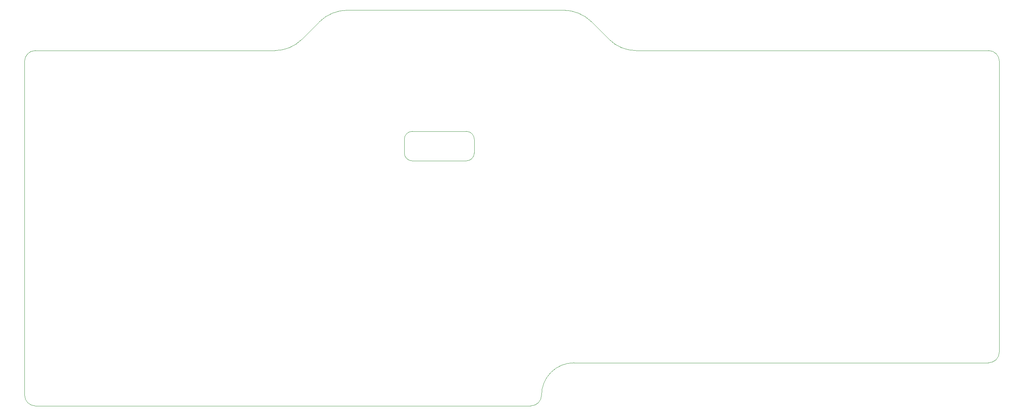
<source format=gbr>
%TF.GenerationSoftware,KiCad,Pcbnew,7.0.5*%
%TF.CreationDate,2024-08-20T05:02:14-04:00*%
%TF.ProjectId,processor_attempt_1,70726f63-6573-4736-9f72-5f617474656d,rev?*%
%TF.SameCoordinates,Original*%
%TF.FileFunction,Profile,NP*%
%FSLAX46Y46*%
G04 Gerber Fmt 4.6, Leading zero omitted, Abs format (unit mm)*
G04 Created by KiCad (PCBNEW 7.0.5) date 2024-08-20 05:02:14*
%MOMM*%
%LPD*%
G01*
G04 APERTURE LIST*
%TA.AperFunction,Profile*%
%ADD10C,0.100000*%
%TD*%
G04 APERTURE END LIST*
D10*
X112395000Y-53975000D02*
X112395000Y-50800000D01*
X127000000Y-55880000D02*
X114300000Y-55880000D01*
X128905000Y-50800000D02*
X128905000Y-53975000D01*
X114300000Y-48895000D02*
X127000000Y-48895000D01*
X112395000Y-53975000D02*
G75*
G03*
X114300000Y-55880000I1905000J0D01*
G01*
X127000000Y-55880000D02*
G75*
G03*
X128905000Y-53975000I0J1905000D01*
G01*
X128905000Y-50800000D02*
G75*
G03*
X127000000Y-48895000I-1905000J0D01*
G01*
X114300000Y-48895000D02*
G75*
G03*
X112395000Y-50800000I0J-1905000D01*
G01*
X152400000Y-103505000D02*
X250171949Y-103505000D01*
X22859937Y-111125000D02*
G75*
G03*
X25381948Y-113664999I2540063J0D01*
G01*
X81915000Y-29844999D02*
G75*
G03*
X88201179Y-27241179I0J8889999D01*
G01*
X99060000Y-20320000D02*
X149860000Y-20320000D01*
X252711900Y-32385000D02*
G75*
G03*
X250171949Y-29845000I-2540000J0D01*
G01*
X142221949Y-113664949D02*
G75*
G03*
X144761949Y-111125000I51J2539949D01*
G01*
X99060000Y-20320001D02*
G75*
G03*
X92324809Y-23109809I0J-9524999D01*
G01*
X156599996Y-23109812D02*
G75*
G03*
X149864808Y-20320000I-6735196J-6735188D01*
G01*
X25399936Y-29844996D02*
G75*
G03*
X22859936Y-32385000I24J-2540024D01*
G01*
X25381948Y-113664999D02*
X142221949Y-113665000D01*
X81915000Y-29845000D02*
X25399936Y-29845000D01*
X156600000Y-23109808D02*
X160731371Y-27241179D01*
X160731346Y-27241204D02*
G75*
G03*
X167017550Y-29845000I6286154J6286204D01*
G01*
X152400000Y-103504999D02*
G75*
G03*
X144761928Y-111125000I-18020J-7620031D01*
G01*
X22859936Y-111125000D02*
X22859936Y-32385000D01*
X252711949Y-100965000D02*
X252711949Y-32385000D01*
X250171949Y-103505049D02*
G75*
G03*
X252711949Y-100965000I-49J2540049D01*
G01*
X167017550Y-29845000D02*
X250171949Y-29845000D01*
X92324808Y-23109808D02*
X88193437Y-27241179D01*
M02*

</source>
